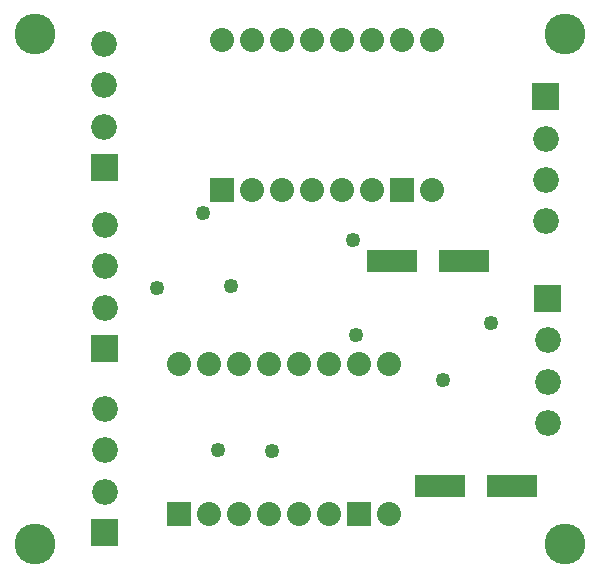
<source format=gbs>
G04 MADE WITH FRITZING*
G04 WWW.FRITZING.ORG*
G04 DOUBLE SIDED*
G04 HOLES PLATED*
G04 CONTOUR ON CENTER OF CONTOUR VECTOR*
%ASAXBY*%
%FSLAX23Y23*%
%MOIN*%
%OFA0B0*%
%SFA1.0B1.0*%
%ADD10C,0.080000*%
%ADD11C,0.086139*%
%ADD12C,0.049370*%
%ADD13C,0.135984*%
%ADD14R,0.080000X0.080000*%
%ADD15R,0.167480X0.072992*%
%ADD16R,0.001000X0.001000*%
%LNMASK0*%
G90*
G70*
G54D10*
X1411Y1826D03*
X1411Y1326D03*
X1311Y1826D03*
X1311Y1326D03*
X1211Y1826D03*
X1211Y1326D03*
X1111Y1826D03*
X1111Y1326D03*
X1011Y1826D03*
X1011Y1326D03*
X911Y1826D03*
X911Y1326D03*
X811Y1826D03*
X811Y1326D03*
X711Y1826D03*
X711Y1326D03*
X1265Y744D03*
X1265Y244D03*
X1165Y744D03*
X1165Y244D03*
X1065Y744D03*
X1065Y244D03*
X965Y744D03*
X965Y244D03*
X865Y744D03*
X865Y244D03*
X765Y744D03*
X765Y244D03*
X665Y744D03*
X665Y244D03*
X565Y744D03*
X565Y244D03*
G54D11*
X317Y1399D03*
X317Y1537D03*
X317Y1675D03*
X317Y1812D03*
X317Y1399D03*
X317Y1537D03*
X317Y1675D03*
X317Y1812D03*
X1796Y962D03*
X1796Y824D03*
X1796Y686D03*
X1796Y548D03*
X1796Y962D03*
X1796Y824D03*
X1796Y686D03*
X1796Y548D03*
X1789Y1635D03*
X1789Y1497D03*
X1789Y1359D03*
X1789Y1222D03*
X1789Y1635D03*
X1789Y1497D03*
X1789Y1359D03*
X1789Y1222D03*
X318Y795D03*
X318Y933D03*
X318Y1071D03*
X318Y1208D03*
X318Y795D03*
X318Y933D03*
X318Y1071D03*
X318Y1208D03*
G54D12*
X1446Y691D03*
X877Y457D03*
X696Y459D03*
X1146Y1159D03*
X1156Y842D03*
X645Y1249D03*
G54D13*
X1852Y146D03*
X85Y1846D03*
X85Y146D03*
X1852Y1846D03*
G54D12*
X493Y998D03*
X741Y1005D03*
X1607Y881D03*
G54D11*
X319Y182D03*
X319Y320D03*
X319Y458D03*
X319Y596D03*
X319Y182D03*
X319Y320D03*
X319Y458D03*
X319Y596D03*
G54D14*
X711Y1326D03*
X1311Y1326D03*
G54D15*
X1676Y338D03*
X1436Y338D03*
G54D14*
X565Y244D03*
X1165Y244D03*
G54D15*
X1517Y1088D03*
X1276Y1088D03*
G54D16*
X1744Y1681D02*
X1832Y1681D01*
X1744Y1680D02*
X1833Y1680D01*
X1744Y1679D02*
X1833Y1679D01*
X1744Y1678D02*
X1833Y1678D01*
X1744Y1677D02*
X1833Y1677D01*
X1744Y1676D02*
X1833Y1676D01*
X1744Y1675D02*
X1833Y1675D01*
X1744Y1674D02*
X1833Y1674D01*
X1744Y1673D02*
X1833Y1673D01*
X1744Y1672D02*
X1833Y1672D01*
X1744Y1671D02*
X1833Y1671D01*
X1744Y1670D02*
X1833Y1670D01*
X1744Y1669D02*
X1833Y1669D01*
X1744Y1668D02*
X1833Y1668D01*
X1744Y1667D02*
X1833Y1667D01*
X1744Y1666D02*
X1833Y1666D01*
X1744Y1665D02*
X1833Y1665D01*
X1744Y1664D02*
X1833Y1664D01*
X1744Y1663D02*
X1833Y1663D01*
X1744Y1662D02*
X1833Y1662D01*
X1744Y1661D02*
X1833Y1661D01*
X1744Y1660D02*
X1833Y1660D01*
X1744Y1659D02*
X1833Y1659D01*
X1744Y1658D02*
X1833Y1658D01*
X1744Y1657D02*
X1833Y1657D01*
X1744Y1656D02*
X1833Y1656D01*
X1744Y1655D02*
X1833Y1655D01*
X1744Y1654D02*
X1783Y1654D01*
X1793Y1654D02*
X1833Y1654D01*
X1744Y1653D02*
X1780Y1653D01*
X1796Y1653D02*
X1833Y1653D01*
X1744Y1652D02*
X1778Y1652D01*
X1798Y1652D02*
X1833Y1652D01*
X1744Y1651D02*
X1777Y1651D01*
X1800Y1651D02*
X1833Y1651D01*
X1744Y1650D02*
X1775Y1650D01*
X1801Y1650D02*
X1833Y1650D01*
X1744Y1649D02*
X1774Y1649D01*
X1802Y1649D02*
X1833Y1649D01*
X1744Y1648D02*
X1773Y1648D01*
X1803Y1648D02*
X1833Y1648D01*
X1744Y1647D02*
X1773Y1647D01*
X1804Y1647D02*
X1833Y1647D01*
X1744Y1646D02*
X1772Y1646D01*
X1804Y1646D02*
X1833Y1646D01*
X1744Y1645D02*
X1771Y1645D01*
X1805Y1645D02*
X1833Y1645D01*
X1744Y1644D02*
X1771Y1644D01*
X1805Y1644D02*
X1833Y1644D01*
X1744Y1643D02*
X1770Y1643D01*
X1806Y1643D02*
X1833Y1643D01*
X1744Y1642D02*
X1770Y1642D01*
X1806Y1642D02*
X1833Y1642D01*
X1744Y1641D02*
X1770Y1641D01*
X1806Y1641D02*
X1833Y1641D01*
X1744Y1640D02*
X1769Y1640D01*
X1807Y1640D02*
X1833Y1640D01*
X1744Y1639D02*
X1769Y1639D01*
X1807Y1639D02*
X1833Y1639D01*
X1744Y1638D02*
X1769Y1638D01*
X1807Y1638D02*
X1833Y1638D01*
X1744Y1637D02*
X1769Y1637D01*
X1807Y1637D02*
X1833Y1637D01*
X1744Y1636D02*
X1769Y1636D01*
X1807Y1636D02*
X1833Y1636D01*
X1744Y1635D02*
X1769Y1635D01*
X1807Y1635D02*
X1833Y1635D01*
X1744Y1634D02*
X1769Y1634D01*
X1807Y1634D02*
X1833Y1634D01*
X1744Y1633D02*
X1769Y1633D01*
X1807Y1633D02*
X1833Y1633D01*
X1744Y1632D02*
X1769Y1632D01*
X1807Y1632D02*
X1833Y1632D01*
X1744Y1631D02*
X1770Y1631D01*
X1806Y1631D02*
X1833Y1631D01*
X1744Y1630D02*
X1770Y1630D01*
X1806Y1630D02*
X1833Y1630D01*
X1744Y1629D02*
X1770Y1629D01*
X1806Y1629D02*
X1833Y1629D01*
X1744Y1628D02*
X1771Y1628D01*
X1805Y1628D02*
X1833Y1628D01*
X1744Y1627D02*
X1771Y1627D01*
X1805Y1627D02*
X1833Y1627D01*
X1744Y1626D02*
X1772Y1626D01*
X1804Y1626D02*
X1833Y1626D01*
X1744Y1625D02*
X1773Y1625D01*
X1804Y1625D02*
X1833Y1625D01*
X1744Y1624D02*
X1773Y1624D01*
X1803Y1624D02*
X1833Y1624D01*
X1744Y1623D02*
X1774Y1623D01*
X1802Y1623D02*
X1833Y1623D01*
X1744Y1622D02*
X1775Y1622D01*
X1801Y1622D02*
X1833Y1622D01*
X1744Y1621D02*
X1777Y1621D01*
X1799Y1621D02*
X1833Y1621D01*
X1744Y1620D02*
X1778Y1620D01*
X1798Y1620D02*
X1833Y1620D01*
X1744Y1619D02*
X1780Y1619D01*
X1796Y1619D02*
X1833Y1619D01*
X1744Y1618D02*
X1783Y1618D01*
X1793Y1618D02*
X1833Y1618D01*
X1744Y1617D02*
X1833Y1617D01*
X1744Y1616D02*
X1833Y1616D01*
X1744Y1615D02*
X1833Y1615D01*
X1744Y1614D02*
X1833Y1614D01*
X1744Y1613D02*
X1833Y1613D01*
X1744Y1612D02*
X1833Y1612D01*
X1744Y1611D02*
X1833Y1611D01*
X1744Y1610D02*
X1833Y1610D01*
X1744Y1609D02*
X1833Y1609D01*
X1744Y1608D02*
X1833Y1608D01*
X1744Y1607D02*
X1833Y1607D01*
X1744Y1606D02*
X1833Y1606D01*
X1744Y1605D02*
X1833Y1605D01*
X1744Y1604D02*
X1833Y1604D01*
X1744Y1603D02*
X1833Y1603D01*
X1744Y1602D02*
X1833Y1602D01*
X1744Y1601D02*
X1833Y1601D01*
X1744Y1600D02*
X1833Y1600D01*
X1744Y1599D02*
X1833Y1599D01*
X1744Y1598D02*
X1833Y1598D01*
X1744Y1597D02*
X1833Y1597D01*
X1744Y1596D02*
X1833Y1596D01*
X1744Y1595D02*
X1833Y1595D01*
X1744Y1594D02*
X1833Y1594D01*
X1744Y1593D02*
X1833Y1593D01*
X1744Y1592D02*
X1833Y1592D01*
X272Y1445D02*
X361Y1445D01*
X272Y1444D02*
X361Y1444D01*
X272Y1443D02*
X361Y1443D01*
X272Y1442D02*
X361Y1442D01*
X272Y1441D02*
X361Y1441D01*
X272Y1440D02*
X361Y1440D01*
X272Y1439D02*
X361Y1439D01*
X272Y1438D02*
X361Y1438D01*
X272Y1437D02*
X361Y1437D01*
X272Y1436D02*
X361Y1436D01*
X272Y1435D02*
X361Y1435D01*
X272Y1434D02*
X361Y1434D01*
X272Y1433D02*
X361Y1433D01*
X272Y1432D02*
X361Y1432D01*
X272Y1431D02*
X361Y1431D01*
X272Y1430D02*
X361Y1430D01*
X272Y1429D02*
X361Y1429D01*
X272Y1428D02*
X361Y1428D01*
X272Y1427D02*
X361Y1427D01*
X272Y1426D02*
X361Y1426D01*
X272Y1425D02*
X361Y1425D01*
X272Y1424D02*
X361Y1424D01*
X272Y1423D02*
X361Y1423D01*
X272Y1422D02*
X361Y1422D01*
X272Y1421D02*
X361Y1421D01*
X272Y1420D02*
X361Y1420D01*
X272Y1419D02*
X361Y1419D01*
X272Y1418D02*
X311Y1418D01*
X322Y1418D02*
X361Y1418D01*
X272Y1417D02*
X308Y1417D01*
X325Y1417D02*
X361Y1417D01*
X272Y1416D02*
X306Y1416D01*
X327Y1416D02*
X361Y1416D01*
X272Y1415D02*
X305Y1415D01*
X328Y1415D02*
X361Y1415D01*
X272Y1414D02*
X304Y1414D01*
X329Y1414D02*
X361Y1414D01*
X272Y1413D02*
X302Y1413D01*
X330Y1413D02*
X361Y1413D01*
X272Y1412D02*
X302Y1412D01*
X331Y1412D02*
X361Y1412D01*
X272Y1411D02*
X301Y1411D01*
X332Y1411D02*
X361Y1411D01*
X272Y1410D02*
X300Y1410D01*
X333Y1410D02*
X361Y1410D01*
X272Y1409D02*
X300Y1409D01*
X333Y1409D02*
X361Y1409D01*
X272Y1408D02*
X299Y1408D01*
X334Y1408D02*
X361Y1408D01*
X272Y1407D02*
X299Y1407D01*
X334Y1407D02*
X361Y1407D01*
X272Y1406D02*
X298Y1406D01*
X335Y1406D02*
X361Y1406D01*
X272Y1405D02*
X298Y1405D01*
X335Y1405D02*
X361Y1405D01*
X272Y1404D02*
X298Y1404D01*
X335Y1404D02*
X361Y1404D01*
X272Y1403D02*
X298Y1403D01*
X335Y1403D02*
X361Y1403D01*
X272Y1402D02*
X297Y1402D01*
X335Y1402D02*
X361Y1402D01*
X272Y1401D02*
X297Y1401D01*
X335Y1401D02*
X361Y1401D01*
X272Y1400D02*
X297Y1400D01*
X336Y1400D02*
X361Y1400D01*
X272Y1399D02*
X297Y1399D01*
X335Y1399D02*
X361Y1399D01*
X272Y1398D02*
X298Y1398D01*
X335Y1398D02*
X361Y1398D01*
X272Y1397D02*
X298Y1397D01*
X335Y1397D02*
X361Y1397D01*
X272Y1396D02*
X298Y1396D01*
X335Y1396D02*
X361Y1396D01*
X272Y1395D02*
X298Y1395D01*
X335Y1395D02*
X361Y1395D01*
X272Y1394D02*
X298Y1394D01*
X335Y1394D02*
X361Y1394D01*
X272Y1393D02*
X299Y1393D01*
X334Y1393D02*
X361Y1393D01*
X272Y1392D02*
X299Y1392D01*
X334Y1392D02*
X361Y1392D01*
X272Y1391D02*
X300Y1391D01*
X333Y1391D02*
X361Y1391D01*
X272Y1390D02*
X300Y1390D01*
X333Y1390D02*
X361Y1390D01*
X272Y1389D02*
X301Y1389D01*
X332Y1389D02*
X361Y1389D01*
X272Y1388D02*
X302Y1388D01*
X331Y1388D02*
X361Y1388D01*
X272Y1387D02*
X303Y1387D01*
X330Y1387D02*
X361Y1387D01*
X272Y1386D02*
X304Y1386D01*
X329Y1386D02*
X361Y1386D01*
X272Y1385D02*
X305Y1385D01*
X328Y1385D02*
X361Y1385D01*
X272Y1384D02*
X307Y1384D01*
X326Y1384D02*
X361Y1384D01*
X272Y1383D02*
X309Y1383D01*
X324Y1383D02*
X361Y1383D01*
X272Y1382D02*
X312Y1382D01*
X321Y1382D02*
X361Y1382D01*
X272Y1381D02*
X361Y1381D01*
X272Y1380D02*
X361Y1380D01*
X272Y1379D02*
X361Y1379D01*
X272Y1378D02*
X361Y1378D01*
X272Y1377D02*
X361Y1377D01*
X272Y1376D02*
X361Y1376D01*
X272Y1375D02*
X361Y1375D01*
X272Y1374D02*
X361Y1374D01*
X272Y1373D02*
X361Y1373D01*
X272Y1372D02*
X361Y1372D01*
X272Y1371D02*
X361Y1371D01*
X272Y1370D02*
X361Y1370D01*
X272Y1369D02*
X361Y1369D01*
X272Y1368D02*
X361Y1368D01*
X272Y1367D02*
X361Y1367D01*
X272Y1366D02*
X361Y1366D01*
X272Y1365D02*
X361Y1365D01*
X272Y1364D02*
X361Y1364D01*
X272Y1363D02*
X361Y1363D01*
X272Y1362D02*
X361Y1362D01*
X272Y1361D02*
X361Y1361D01*
X272Y1360D02*
X361Y1360D01*
X272Y1359D02*
X361Y1359D01*
X272Y1358D02*
X361Y1358D01*
X272Y1357D02*
X361Y1357D01*
X272Y1356D02*
X361Y1356D01*
X1751Y1007D02*
X1840Y1007D01*
X1751Y1006D02*
X1840Y1006D01*
X1751Y1005D02*
X1840Y1005D01*
X1751Y1004D02*
X1840Y1004D01*
X1751Y1003D02*
X1840Y1003D01*
X1751Y1002D02*
X1840Y1002D01*
X1751Y1001D02*
X1840Y1001D01*
X1751Y1000D02*
X1840Y1000D01*
X1751Y999D02*
X1840Y999D01*
X1751Y998D02*
X1840Y998D01*
X1751Y997D02*
X1840Y997D01*
X1751Y996D02*
X1840Y996D01*
X1751Y995D02*
X1840Y995D01*
X1751Y994D02*
X1840Y994D01*
X1751Y993D02*
X1840Y993D01*
X1751Y992D02*
X1840Y992D01*
X1751Y991D02*
X1840Y991D01*
X1751Y990D02*
X1840Y990D01*
X1751Y989D02*
X1840Y989D01*
X1751Y988D02*
X1840Y988D01*
X1751Y987D02*
X1840Y987D01*
X1751Y986D02*
X1840Y986D01*
X1751Y985D02*
X1840Y985D01*
X1751Y984D02*
X1840Y984D01*
X1751Y983D02*
X1840Y983D01*
X1751Y982D02*
X1840Y982D01*
X1751Y981D02*
X1790Y981D01*
X1800Y981D02*
X1840Y981D01*
X1751Y980D02*
X1787Y980D01*
X1803Y980D02*
X1840Y980D01*
X1751Y979D02*
X1785Y979D01*
X1805Y979D02*
X1840Y979D01*
X1751Y978D02*
X1784Y978D01*
X1807Y978D02*
X1840Y978D01*
X1751Y977D02*
X1783Y977D01*
X1808Y977D02*
X1840Y977D01*
X1751Y976D02*
X1782Y976D01*
X1809Y976D02*
X1840Y976D01*
X1751Y975D02*
X1781Y975D01*
X1810Y975D02*
X1840Y975D01*
X1751Y974D02*
X1780Y974D01*
X1811Y974D02*
X1840Y974D01*
X1751Y973D02*
X1779Y973D01*
X1811Y973D02*
X1840Y973D01*
X1751Y972D02*
X1779Y972D01*
X1812Y972D02*
X1840Y972D01*
X1751Y971D02*
X1778Y971D01*
X1812Y971D02*
X1840Y971D01*
X1751Y970D02*
X1777Y970D01*
X1813Y970D02*
X1840Y970D01*
X1751Y969D02*
X1777Y969D01*
X1813Y969D02*
X1840Y969D01*
X1751Y968D02*
X1777Y968D01*
X1814Y968D02*
X1840Y968D01*
X1751Y967D02*
X1777Y967D01*
X1814Y967D02*
X1840Y967D01*
X1751Y966D02*
X1776Y966D01*
X1814Y966D02*
X1840Y966D01*
X1751Y965D02*
X1776Y965D01*
X1814Y965D02*
X1840Y965D01*
X1751Y964D02*
X1776Y964D01*
X1814Y964D02*
X1840Y964D01*
X1751Y963D02*
X1776Y963D01*
X1814Y963D02*
X1840Y963D01*
X1751Y962D02*
X1776Y962D01*
X1814Y962D02*
X1840Y962D01*
X1751Y961D02*
X1776Y961D01*
X1814Y961D02*
X1840Y961D01*
X1751Y960D02*
X1776Y960D01*
X1814Y960D02*
X1840Y960D01*
X1751Y959D02*
X1776Y959D01*
X1814Y959D02*
X1840Y959D01*
X1751Y958D02*
X1777Y958D01*
X1814Y958D02*
X1840Y958D01*
X1751Y957D02*
X1777Y957D01*
X1813Y957D02*
X1840Y957D01*
X1751Y956D02*
X1777Y956D01*
X1813Y956D02*
X1840Y956D01*
X1751Y955D02*
X1778Y955D01*
X1813Y955D02*
X1840Y955D01*
X1751Y954D02*
X1778Y954D01*
X1812Y954D02*
X1840Y954D01*
X1751Y953D02*
X1779Y953D01*
X1812Y953D02*
X1840Y953D01*
X1751Y952D02*
X1780Y952D01*
X1811Y952D02*
X1840Y952D01*
X1751Y951D02*
X1780Y951D01*
X1810Y951D02*
X1840Y951D01*
X1751Y950D02*
X1781Y950D01*
X1809Y950D02*
X1840Y950D01*
X1751Y949D02*
X1782Y949D01*
X1808Y949D02*
X1840Y949D01*
X1751Y948D02*
X1784Y948D01*
X1807Y948D02*
X1840Y948D01*
X1751Y947D02*
X1785Y947D01*
X1806Y947D02*
X1840Y947D01*
X1751Y946D02*
X1787Y946D01*
X1804Y946D02*
X1840Y946D01*
X1751Y945D02*
X1790Y945D01*
X1801Y945D02*
X1840Y945D01*
X1751Y944D02*
X1840Y944D01*
X1751Y943D02*
X1840Y943D01*
X1751Y942D02*
X1840Y942D01*
X1751Y941D02*
X1840Y941D01*
X1751Y940D02*
X1840Y940D01*
X1751Y939D02*
X1840Y939D01*
X1751Y938D02*
X1840Y938D01*
X1751Y937D02*
X1840Y937D01*
X1751Y936D02*
X1840Y936D01*
X1751Y935D02*
X1840Y935D01*
X1751Y934D02*
X1840Y934D01*
X1751Y933D02*
X1840Y933D01*
X1751Y932D02*
X1840Y932D01*
X1751Y931D02*
X1840Y931D01*
X1751Y930D02*
X1840Y930D01*
X1751Y929D02*
X1840Y929D01*
X1751Y928D02*
X1840Y928D01*
X1751Y927D02*
X1840Y927D01*
X1751Y926D02*
X1840Y926D01*
X1751Y925D02*
X1840Y925D01*
X1751Y924D02*
X1840Y924D01*
X1751Y923D02*
X1840Y923D01*
X1751Y922D02*
X1840Y922D01*
X1751Y921D02*
X1840Y921D01*
X1751Y920D02*
X1840Y920D01*
X1751Y919D02*
X1840Y919D01*
X1751Y918D02*
X1839Y918D01*
X273Y841D02*
X362Y841D01*
X273Y840D02*
X362Y840D01*
X273Y839D02*
X362Y839D01*
X273Y838D02*
X362Y838D01*
X273Y837D02*
X362Y837D01*
X273Y836D02*
X362Y836D01*
X273Y835D02*
X362Y835D01*
X273Y834D02*
X362Y834D01*
X273Y833D02*
X362Y833D01*
X273Y832D02*
X362Y832D01*
X273Y831D02*
X362Y831D01*
X273Y830D02*
X362Y830D01*
X273Y829D02*
X362Y829D01*
X273Y828D02*
X362Y828D01*
X273Y827D02*
X362Y827D01*
X273Y826D02*
X362Y826D01*
X273Y825D02*
X362Y825D01*
X273Y824D02*
X362Y824D01*
X273Y823D02*
X362Y823D01*
X273Y822D02*
X362Y822D01*
X273Y821D02*
X362Y821D01*
X273Y820D02*
X362Y820D01*
X273Y819D02*
X362Y819D01*
X273Y818D02*
X362Y818D01*
X273Y817D02*
X362Y817D01*
X273Y816D02*
X362Y816D01*
X273Y815D02*
X362Y815D01*
X273Y814D02*
X311Y814D01*
X324Y814D02*
X362Y814D01*
X273Y813D02*
X309Y813D01*
X327Y813D02*
X362Y813D01*
X273Y812D02*
X307Y812D01*
X328Y812D02*
X362Y812D01*
X273Y811D02*
X306Y811D01*
X330Y811D02*
X362Y811D01*
X273Y810D02*
X304Y810D01*
X331Y810D02*
X362Y810D01*
X273Y809D02*
X303Y809D01*
X332Y809D02*
X362Y809D01*
X273Y808D02*
X303Y808D01*
X333Y808D02*
X362Y808D01*
X273Y807D02*
X302Y807D01*
X333Y807D02*
X362Y807D01*
X273Y806D02*
X301Y806D01*
X334Y806D02*
X362Y806D01*
X273Y805D02*
X301Y805D01*
X335Y805D02*
X362Y805D01*
X273Y804D02*
X300Y804D01*
X335Y804D02*
X362Y804D01*
X273Y803D02*
X300Y803D01*
X336Y803D02*
X362Y803D01*
X273Y802D02*
X299Y802D01*
X336Y802D02*
X362Y802D01*
X273Y801D02*
X299Y801D01*
X336Y801D02*
X362Y801D01*
X273Y800D02*
X299Y800D01*
X336Y800D02*
X362Y800D01*
X273Y799D02*
X299Y799D01*
X336Y799D02*
X362Y799D01*
X273Y798D02*
X299Y798D01*
X337Y798D02*
X362Y798D01*
X273Y797D02*
X299Y797D01*
X337Y797D02*
X362Y797D01*
X273Y796D02*
X299Y796D01*
X337Y796D02*
X362Y796D01*
X273Y795D02*
X299Y795D01*
X337Y795D02*
X362Y795D01*
X273Y794D02*
X299Y794D01*
X336Y794D02*
X362Y794D01*
X273Y793D02*
X299Y793D01*
X336Y793D02*
X362Y793D01*
X273Y792D02*
X299Y792D01*
X336Y792D02*
X362Y792D01*
X273Y791D02*
X299Y791D01*
X336Y791D02*
X362Y791D01*
X273Y790D02*
X300Y790D01*
X336Y790D02*
X362Y790D01*
X273Y789D02*
X300Y789D01*
X335Y789D02*
X362Y789D01*
X273Y788D02*
X300Y788D01*
X335Y788D02*
X362Y788D01*
X273Y787D02*
X301Y787D01*
X334Y787D02*
X362Y787D01*
X273Y786D02*
X302Y786D01*
X334Y786D02*
X362Y786D01*
X273Y785D02*
X302Y785D01*
X333Y785D02*
X362Y785D01*
X273Y784D02*
X303Y784D01*
X332Y784D02*
X362Y784D01*
X273Y783D02*
X304Y783D01*
X331Y783D02*
X362Y783D01*
X273Y782D02*
X305Y782D01*
X330Y782D02*
X362Y782D01*
X273Y781D02*
X307Y781D01*
X329Y781D02*
X362Y781D01*
X273Y780D02*
X308Y780D01*
X327Y780D02*
X362Y780D01*
X273Y779D02*
X310Y779D01*
X325Y779D02*
X362Y779D01*
X273Y778D02*
X315Y778D01*
X320Y778D02*
X362Y778D01*
X273Y777D02*
X362Y777D01*
X273Y776D02*
X362Y776D01*
X273Y775D02*
X362Y775D01*
X273Y774D02*
X362Y774D01*
X273Y773D02*
X362Y773D01*
X273Y772D02*
X362Y772D01*
X273Y771D02*
X362Y771D01*
X273Y770D02*
X362Y770D01*
X273Y769D02*
X362Y769D01*
X273Y768D02*
X362Y768D01*
X273Y767D02*
X362Y767D01*
X273Y766D02*
X362Y766D01*
X273Y765D02*
X362Y765D01*
X273Y764D02*
X362Y764D01*
X273Y763D02*
X362Y763D01*
X273Y762D02*
X362Y762D01*
X273Y761D02*
X362Y761D01*
X273Y760D02*
X362Y760D01*
X273Y759D02*
X362Y759D01*
X273Y758D02*
X362Y758D01*
X273Y757D02*
X362Y757D01*
X273Y756D02*
X362Y756D01*
X273Y755D02*
X362Y755D01*
X273Y754D02*
X362Y754D01*
X273Y753D02*
X362Y753D01*
X273Y752D02*
X362Y752D01*
X274Y228D02*
X363Y228D01*
X274Y227D02*
X363Y227D01*
X274Y226D02*
X363Y226D01*
X274Y225D02*
X363Y225D01*
X274Y224D02*
X363Y224D01*
X274Y223D02*
X363Y223D01*
X274Y222D02*
X363Y222D01*
X274Y221D02*
X363Y221D01*
X274Y220D02*
X363Y220D01*
X274Y219D02*
X363Y219D01*
X274Y218D02*
X363Y218D01*
X274Y217D02*
X363Y217D01*
X274Y216D02*
X363Y216D01*
X274Y215D02*
X363Y215D01*
X274Y214D02*
X363Y214D01*
X274Y213D02*
X363Y213D01*
X274Y212D02*
X363Y212D01*
X274Y211D02*
X363Y211D01*
X274Y210D02*
X363Y210D01*
X274Y209D02*
X363Y209D01*
X274Y208D02*
X363Y208D01*
X274Y207D02*
X363Y207D01*
X274Y206D02*
X363Y206D01*
X274Y205D02*
X363Y205D01*
X274Y204D02*
X363Y204D01*
X274Y203D02*
X363Y203D01*
X274Y202D02*
X314Y202D01*
X323Y202D02*
X363Y202D01*
X274Y201D02*
X310Y201D01*
X326Y201D02*
X363Y201D01*
X274Y200D02*
X309Y200D01*
X328Y200D02*
X363Y200D01*
X274Y199D02*
X307Y199D01*
X330Y199D02*
X363Y199D01*
X274Y198D02*
X306Y198D01*
X331Y198D02*
X363Y198D01*
X274Y197D02*
X305Y197D01*
X332Y197D02*
X363Y197D01*
X274Y196D02*
X304Y196D01*
X333Y196D02*
X363Y196D01*
X274Y195D02*
X303Y195D01*
X334Y195D02*
X363Y195D01*
X274Y194D02*
X302Y194D01*
X334Y194D02*
X363Y194D01*
X274Y193D02*
X302Y193D01*
X335Y193D02*
X363Y193D01*
X274Y192D02*
X301Y192D01*
X336Y192D02*
X363Y192D01*
X274Y191D02*
X301Y191D01*
X336Y191D02*
X363Y191D01*
X274Y190D02*
X300Y190D01*
X336Y190D02*
X363Y190D01*
X274Y189D02*
X300Y189D01*
X337Y189D02*
X363Y189D01*
X274Y188D02*
X300Y188D01*
X337Y188D02*
X363Y188D01*
X274Y187D02*
X299Y187D01*
X337Y187D02*
X363Y187D01*
X274Y186D02*
X299Y186D01*
X337Y186D02*
X363Y186D01*
X274Y185D02*
X299Y185D01*
X337Y185D02*
X363Y185D01*
X274Y184D02*
X299Y184D01*
X337Y184D02*
X363Y184D01*
X274Y183D02*
X299Y183D01*
X337Y183D02*
X363Y183D01*
X274Y182D02*
X299Y182D01*
X337Y182D02*
X363Y182D01*
X274Y181D02*
X299Y181D01*
X337Y181D02*
X363Y181D01*
X274Y180D02*
X300Y180D01*
X337Y180D02*
X363Y180D01*
X274Y179D02*
X300Y179D01*
X337Y179D02*
X363Y179D01*
X274Y178D02*
X300Y178D01*
X336Y178D02*
X363Y178D01*
X274Y177D02*
X300Y177D01*
X336Y177D02*
X363Y177D01*
X274Y176D02*
X301Y176D01*
X336Y176D02*
X363Y176D01*
X274Y175D02*
X301Y175D01*
X335Y175D02*
X363Y175D01*
X274Y174D02*
X302Y174D01*
X335Y174D02*
X363Y174D01*
X274Y173D02*
X303Y173D01*
X334Y173D02*
X363Y173D01*
X274Y172D02*
X304Y172D01*
X333Y172D02*
X363Y172D01*
X274Y171D02*
X304Y171D01*
X332Y171D02*
X363Y171D01*
X274Y170D02*
X305Y170D01*
X331Y170D02*
X363Y170D01*
X274Y169D02*
X307Y169D01*
X330Y169D02*
X363Y169D01*
X274Y168D02*
X308Y168D01*
X329Y168D02*
X363Y168D01*
X274Y167D02*
X310Y167D01*
X327Y167D02*
X363Y167D01*
X274Y166D02*
X312Y166D01*
X324Y166D02*
X363Y166D01*
X274Y165D02*
X363Y165D01*
X274Y164D02*
X363Y164D01*
X274Y163D02*
X363Y163D01*
X274Y162D02*
X363Y162D01*
X274Y161D02*
X363Y161D01*
X274Y160D02*
X363Y160D01*
X274Y159D02*
X363Y159D01*
X274Y158D02*
X363Y158D01*
X274Y157D02*
X363Y157D01*
X274Y156D02*
X363Y156D01*
X274Y155D02*
X363Y155D01*
X274Y154D02*
X363Y154D01*
X274Y153D02*
X363Y153D01*
X274Y152D02*
X363Y152D01*
X274Y151D02*
X363Y151D01*
X274Y150D02*
X363Y150D01*
X274Y149D02*
X363Y149D01*
X274Y148D02*
X363Y148D01*
X274Y147D02*
X363Y147D01*
X274Y146D02*
X363Y146D01*
X274Y145D02*
X363Y145D01*
X274Y144D02*
X363Y144D01*
X274Y143D02*
X363Y143D01*
X274Y142D02*
X363Y142D01*
X274Y141D02*
X363Y141D01*
X274Y140D02*
X363Y140D01*
X274Y139D02*
X363Y139D01*
D02*
G04 End of Mask0*
M02*
</source>
